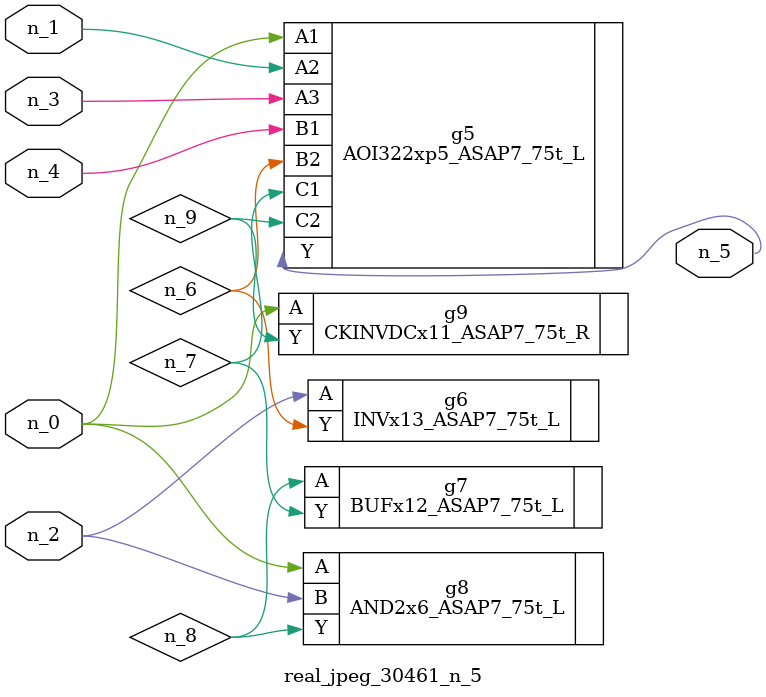
<source format=v>
module real_jpeg_30461_n_5 (n_4, n_0, n_1, n_2, n_3, n_5);

input n_4;
input n_0;
input n_1;
input n_2;
input n_3;

output n_5;

wire n_8;
wire n_6;
wire n_7;
wire n_9;

AOI322xp5_ASAP7_75t_L g5 ( 
.A1(n_0),
.A2(n_1),
.A3(n_3),
.B1(n_4),
.B2(n_6),
.C1(n_7),
.C2(n_9),
.Y(n_5)
);

AND2x6_ASAP7_75t_L g8 ( 
.A(n_0),
.B(n_2),
.Y(n_8)
);

CKINVDCx11_ASAP7_75t_R g9 ( 
.A(n_0),
.Y(n_9)
);

INVx13_ASAP7_75t_L g6 ( 
.A(n_2),
.Y(n_6)
);

BUFx12_ASAP7_75t_L g7 ( 
.A(n_8),
.Y(n_7)
);


endmodule
</source>
